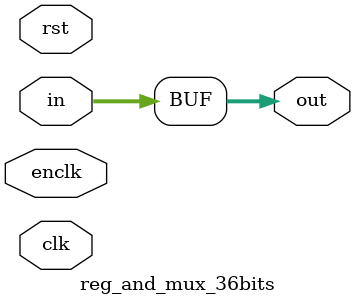
<source format=v>
module reg_and_mux_36bits(in,out,enclk,rst,clk);
parameter width=36;
parameter sel=0;
parameter RSTTYPE="SYNC";
input clk,rst,enclk;
input [35:0] in;
output [35:0] out;
reg [35:0] in_reg;

    generate
    if (RSTTYPE == "ASYNC") begin 
        always @(posedge clk or posedge rst) begin
            if(enclk==1'b1) begin
            if (rst)
                in_reg <= {width{1'b0}};
            else
                in_reg <= in;
        end
        end
    end else begin 
        always @(posedge clk) begin
            if(enclk==1'b1) begin
            if (rst)
                in_reg <= {width{1'b0}};
            else
                in_reg <= in;
            end
        end
    end
    
     endgenerate
assign out = (sel==1'b1)? in_reg:in;
endmodule

</source>
